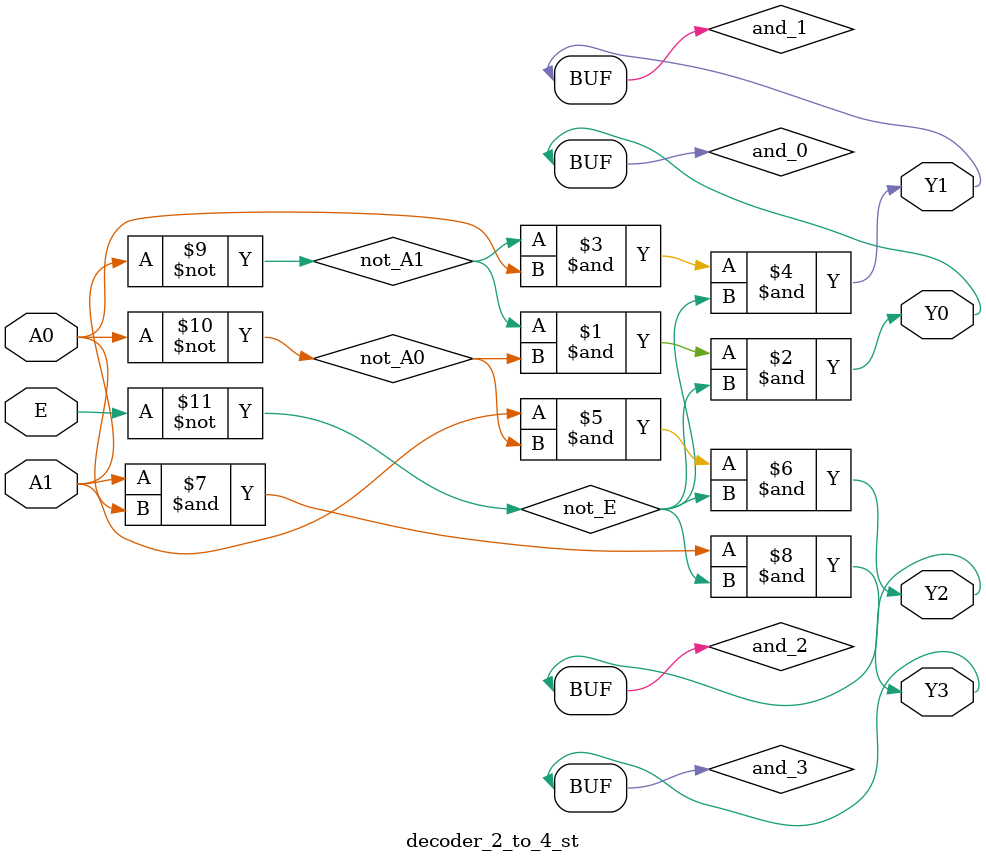
<source format=v>
module decoder_2_to_4_st (A1, A0, E, Y3, Y2, Y1, Y0);
    input A1, A0, E;
    output Y3, Y2, Y1, Y0;

    wire not_A1, not_A0, not_E;
    wire and_0, and_1, and_2, and_3;

    not (not_A1, A1);
    not (not_A0, A0);
    not (not_E, E);

    and (and_0, not_A1, not_A0, not_E);
    and (and_1, not_A1, A0, not_E);
    and (and_2, A1, not_A0, not_E);
    and (and_3, A1, A0, not_E);

    assign Y0 = and_0;
    assign Y1 = and_1;
    assign Y2 = and_2;
    assign Y3 = and_3;
    
endmodule
</source>
